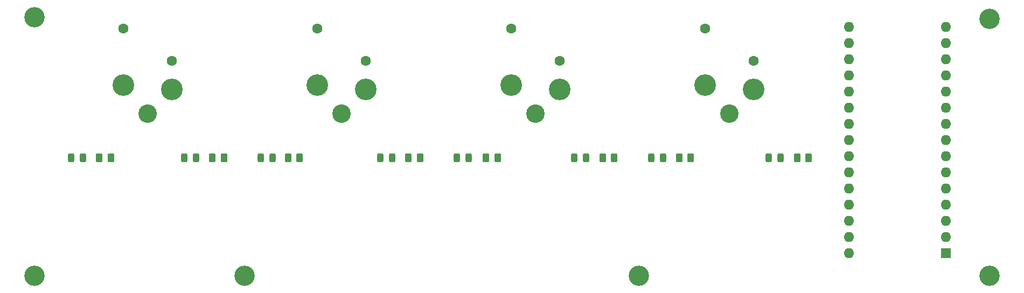
<source format=gbr>
%TF.GenerationSoftware,KiCad,Pcbnew,7.0.9*%
%TF.CreationDate,2023-12-01T11:37:00-08:00*%
%TF.ProjectId,gameshow_v4,67616d65-7368-46f7-975f-76342e6b6963,rev?*%
%TF.SameCoordinates,Original*%
%TF.FileFunction,Soldermask,Top*%
%TF.FilePolarity,Negative*%
%FSLAX46Y46*%
G04 Gerber Fmt 4.6, Leading zero omitted, Abs format (unit mm)*
G04 Created by KiCad (PCBNEW 7.0.9) date 2023-12-01 11:37:00*
%MOMM*%
%LPD*%
G01*
G04 APERTURE LIST*
G04 Aperture macros list*
%AMRoundRect*
0 Rectangle with rounded corners*
0 $1 Rounding radius*
0 $2 $3 $4 $5 $6 $7 $8 $9 X,Y pos of 4 corners*
0 Add a 4 corners polygon primitive as box body*
4,1,4,$2,$3,$4,$5,$6,$7,$8,$9,$2,$3,0*
0 Add four circle primitives for the rounded corners*
1,1,$1+$1,$2,$3*
1,1,$1+$1,$4,$5*
1,1,$1+$1,$6,$7*
1,1,$1+$1,$8,$9*
0 Add four rect primitives between the rounded corners*
20,1,$1+$1,$2,$3,$4,$5,0*
20,1,$1+$1,$4,$5,$6,$7,0*
20,1,$1+$1,$6,$7,$8,$9,0*
20,1,$1+$1,$8,$9,$2,$3,0*%
G04 Aperture macros list end*
%ADD10RoundRect,0.250000X0.262500X0.450000X-0.262500X0.450000X-0.262500X-0.450000X0.262500X-0.450000X0*%
%ADD11C,3.200000*%
%ADD12RoundRect,0.243750X-0.243750X-0.456250X0.243750X-0.456250X0.243750X0.456250X-0.243750X0.456250X0*%
%ADD13R,1.600000X1.600000*%
%ADD14O,1.600000X1.600000*%
%ADD15C,1.600000*%
%ADD16C,3.400000*%
%ADD17C,2.900000*%
%ADD18RoundRect,0.250000X-0.262500X-0.450000X0.262500X-0.450000X0.262500X0.450000X-0.262500X0.450000X0*%
G04 APERTURE END LIST*
D10*
%TO.C,R8*%
X196596000Y-81235000D03*
X194771000Y-81235000D03*
%TD*%
D11*
%TO.C,H4*%
X225044000Y-99822000D03*
%TD*%
D12*
%TO.C,D4*%
X129272500Y-81235000D03*
X131147500Y-81235000D03*
%TD*%
%TO.C,D8*%
X190336000Y-81235000D03*
X192211000Y-81235000D03*
%TD*%
D13*
%TO.C,A1*%
X218176000Y-96266000D03*
D14*
X218176000Y-93726000D03*
X218176000Y-91186000D03*
X218176000Y-88646000D03*
X218176000Y-86106000D03*
X218176000Y-83566000D03*
X218176000Y-81026000D03*
X218176000Y-78486000D03*
X218176000Y-75946000D03*
X218176000Y-73406000D03*
X218176000Y-70866000D03*
X218176000Y-68326000D03*
X218176000Y-65786000D03*
X218176000Y-63246000D03*
X218176000Y-60706000D03*
X202936000Y-60706000D03*
X202936000Y-63246000D03*
X202936000Y-65786000D03*
X202936000Y-68326000D03*
X202936000Y-70866000D03*
X202936000Y-73406000D03*
X202936000Y-75946000D03*
X202936000Y-78486000D03*
X202936000Y-81026000D03*
X202936000Y-83566000D03*
X202936000Y-86106000D03*
X202936000Y-88646000D03*
X202936000Y-91186000D03*
X202936000Y-93726000D03*
X202936000Y-96266000D03*
%TD*%
D15*
%TO.C,J3*%
X157480000Y-66040000D03*
X149860000Y-60960000D03*
D16*
X149860000Y-69850000D03*
X157480000Y-70485000D03*
D17*
X153670000Y-74300000D03*
%TD*%
D11*
%TO.C,H5*%
X107950000Y-99822000D03*
%TD*%
D12*
%TO.C,D6*%
X141314000Y-81235000D03*
X143189000Y-81235000D03*
%TD*%
D18*
%TO.C,R4*%
X114761000Y-81235000D03*
X116586000Y-81235000D03*
%TD*%
%TO.C,R5*%
X145899500Y-81235000D03*
X147724500Y-81235000D03*
%TD*%
D12*
%TO.C,D2*%
X110490000Y-81235000D03*
X112365000Y-81235000D03*
%TD*%
D10*
%TO.C,R2*%
X104695000Y-81235000D03*
X102870000Y-81235000D03*
%TD*%
D18*
%TO.C,R6*%
X176229000Y-81235000D03*
X178054000Y-81235000D03*
%TD*%
D15*
%TO.C,J1*%
X96520000Y-66040000D03*
X88900000Y-60960000D03*
D16*
X88900000Y-69850000D03*
X96520000Y-70485000D03*
D17*
X92710000Y-74300000D03*
%TD*%
D11*
%TO.C,H3*%
X74930000Y-99822000D03*
%TD*%
D12*
%TO.C,D3*%
X98435000Y-81235000D03*
X100310000Y-81235000D03*
%TD*%
%TO.C,D1*%
X80675000Y-81235000D03*
X82550000Y-81235000D03*
%TD*%
D10*
%TO.C,R7*%
X166026000Y-81235000D03*
X164201000Y-81235000D03*
%TD*%
D15*
%TO.C,J4*%
X187960000Y-66040000D03*
X180340000Y-60960000D03*
D16*
X180340000Y-69850000D03*
X187960000Y-70485000D03*
D17*
X184150000Y-74300000D03*
%TD*%
D11*
%TO.C,H1*%
X74930000Y-59182000D03*
%TD*%
%TO.C,H2*%
X225044000Y-59436000D03*
%TD*%
D18*
%TO.C,R1*%
X85110000Y-81235000D03*
X86935000Y-81235000D03*
%TD*%
D12*
%TO.C,D7*%
X171861000Y-81235000D03*
X173736000Y-81235000D03*
%TD*%
D10*
%TO.C,R3*%
X135532500Y-81235000D03*
X133707500Y-81235000D03*
%TD*%
D15*
%TO.C,J2*%
X127000000Y-66040000D03*
X119380000Y-60960000D03*
D16*
X119380000Y-69850000D03*
X127000000Y-70485000D03*
D17*
X123190000Y-74300000D03*
%TD*%
D11*
%TO.C,H6*%
X169910000Y-99822000D03*
%TD*%
D12*
%TO.C,D5*%
X159766000Y-81235000D03*
X161641000Y-81235000D03*
%TD*%
M02*

</source>
